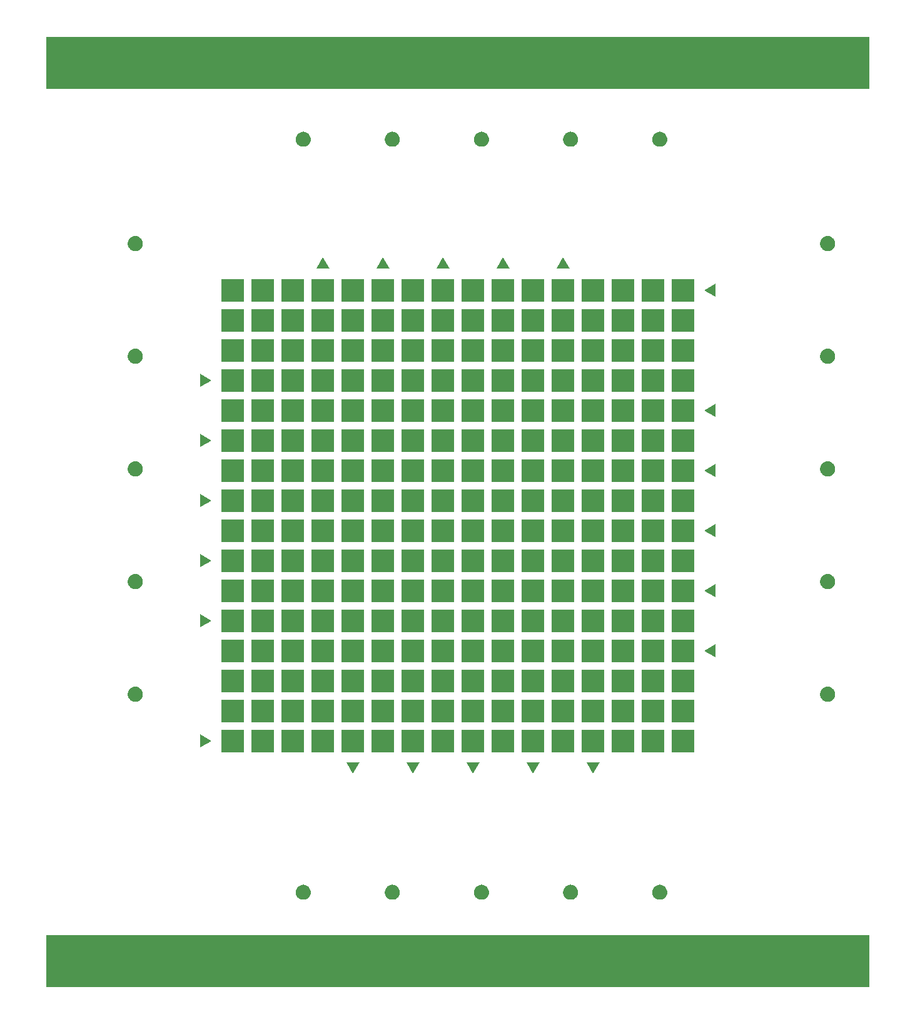
<source format=gbs>
G04 Layer: BottomSolderMaskLayer*
G04 EasyEDA v6.5.29, 2023-07-19 21:34:44*
G04 25dd6f9caf2f465b81daf7de5460995f,5a6b42c53f6a479593ecc07194224c93,10*
G04 Gerber Generator version 0.2*
G04 Scale: 100 percent, Rotated: No, Reflected: No *
G04 Dimensions in millimeters *
G04 leading zeros omitted , absolute positions ,4 integer and 5 decimal *
%FSLAX45Y45*%
%MOMM*%

%ADD10O,6.6032126X3.4031936000000003*%

%LPD*%
G36*
X2082800Y8293100D02*
G01*
X2082800Y8115300D01*
X2235200Y8204200D01*
G37*
G36*
X2082800Y7480300D02*
G01*
X2082800Y7302500D01*
X2235200Y7391400D01*
G37*
G36*
X2082800Y6667500D02*
G01*
X2082800Y6489700D01*
X2235200Y6578600D01*
G37*
G36*
X2082800Y5854700D02*
G01*
X2082800Y5676900D01*
X2235200Y5765800D01*
G37*
G36*
X2082800Y5041900D02*
G01*
X2082800Y4864100D01*
X2235200Y4953000D01*
G37*
G36*
X9061399Y4635500D02*
G01*
X8908999Y4546600D01*
X9061399Y4457700D01*
G37*
G36*
X9061399Y5448300D02*
G01*
X8908999Y5359400D01*
X9061399Y5270500D01*
G37*
G36*
X9061399Y6261100D02*
G01*
X8908999Y6172200D01*
X9061399Y6083300D01*
G37*
G36*
X9061399Y7073900D02*
G01*
X8908999Y6985000D01*
X9061399Y6896100D01*
G37*
G36*
X9061399Y7886700D02*
G01*
X8908999Y7797800D01*
X9061399Y7708900D01*
G37*
G36*
X3746500Y9874300D02*
G01*
X3657600Y9721900D01*
X3835400Y9721900D01*
G37*
G36*
X4559300Y9874300D02*
G01*
X4470400Y9721900D01*
X4648200Y9721900D01*
G37*
G36*
X5372100Y9874300D02*
G01*
X5283200Y9721900D01*
X5461000Y9721900D01*
G37*
G36*
X6184900Y9874300D02*
G01*
X6096000Y9721900D01*
X6273800Y9721900D01*
G37*
G36*
X6997700Y9874300D02*
G01*
X6908800Y9721900D01*
X7086600Y9721900D01*
G37*
G36*
X7315200Y3035300D02*
G01*
X7404100Y2882900D01*
X7493000Y3035300D01*
G37*
G36*
X6502400Y3035300D02*
G01*
X6591300Y2882900D01*
X6680200Y3035300D01*
G37*
G36*
X5689600Y3035300D02*
G01*
X5778500Y2882900D01*
X5867400Y3035300D01*
G37*
G36*
X4876800Y3035300D02*
G01*
X4965700Y2882900D01*
X5054600Y3035300D01*
G37*
G36*
X4064000Y3035300D02*
G01*
X4152900Y2882900D01*
X4241800Y3035300D01*
G37*
G36*
X9061399Y9512300D02*
G01*
X8908999Y9423400D01*
X9061399Y9334500D01*
G37*
G36*
X2082800Y3416300D02*
G01*
X2082800Y3238500D01*
X2235200Y3327400D01*
G37*
G36*
X10579100Y10160000D02*
G01*
X10570006Y10159593D01*
X10560964Y10158374D01*
X10552074Y10156342D01*
X10543387Y10153497D01*
X10535005Y10149941D01*
X10526979Y10145623D01*
X10519359Y10140594D01*
X10512247Y10134904D01*
X10505643Y10128605D01*
X10499648Y10121747D01*
X10494314Y10114381D01*
X10489641Y10106558D01*
X10485678Y10098328D01*
X10482478Y10089794D01*
X10480040Y10081006D01*
X10478414Y10072014D01*
X10477601Y10062972D01*
X10477601Y10053828D01*
X10478414Y10044785D01*
X10480040Y10035794D01*
X10482478Y10027005D01*
X10485678Y10018471D01*
X10489641Y10010241D01*
X10494314Y10002418D01*
X10499648Y9995052D01*
X10505643Y9988194D01*
X10512247Y9981895D01*
X10519359Y9976205D01*
X10526979Y9971176D01*
X10535005Y9966858D01*
X10543387Y9963302D01*
X10552074Y9960457D01*
X10560964Y9958425D01*
X10570006Y9957206D01*
X10579100Y9956800D01*
X10588193Y9957206D01*
X10597235Y9958425D01*
X10606125Y9960457D01*
X10614812Y9963302D01*
X10623194Y9966858D01*
X10631220Y9971176D01*
X10638840Y9976205D01*
X10645952Y9981895D01*
X10652556Y9988194D01*
X10658551Y9995052D01*
X10663885Y10002418D01*
X10668558Y10010241D01*
X10672521Y10018471D01*
X10675721Y10027005D01*
X10678160Y10035794D01*
X10679785Y10044785D01*
X10680598Y10053828D01*
X10680598Y10062972D01*
X10679785Y10072014D01*
X10678160Y10081006D01*
X10675721Y10089794D01*
X10672521Y10098328D01*
X10668558Y10106558D01*
X10663885Y10114381D01*
X10658551Y10121747D01*
X10652556Y10128605D01*
X10645952Y10134904D01*
X10638840Y10140594D01*
X10631220Y10145623D01*
X10623194Y10149941D01*
X10614812Y10153497D01*
X10606125Y10156342D01*
X10597235Y10158374D01*
X10588193Y10159593D01*
G37*
G36*
X10579100Y8636000D02*
G01*
X10570006Y8635593D01*
X10560964Y8634374D01*
X10552074Y8632342D01*
X10543387Y8629497D01*
X10535005Y8625941D01*
X10526979Y8621623D01*
X10519359Y8616594D01*
X10512247Y8610904D01*
X10505643Y8604605D01*
X10499648Y8597747D01*
X10494314Y8590381D01*
X10489641Y8582558D01*
X10485678Y8574328D01*
X10482478Y8565794D01*
X10480040Y8557006D01*
X10478414Y8548014D01*
X10477601Y8538972D01*
X10477601Y8529828D01*
X10478414Y8520785D01*
X10480040Y8511794D01*
X10482478Y8503005D01*
X10485678Y8494471D01*
X10489641Y8486241D01*
X10494314Y8478418D01*
X10499648Y8471052D01*
X10505643Y8464194D01*
X10512247Y8457895D01*
X10519359Y8452205D01*
X10526979Y8447176D01*
X10535005Y8442858D01*
X10543387Y8439302D01*
X10552074Y8436457D01*
X10560964Y8434425D01*
X10570006Y8433206D01*
X10579100Y8432800D01*
X10588193Y8433206D01*
X10597235Y8434425D01*
X10606125Y8436457D01*
X10614812Y8439302D01*
X10623194Y8442858D01*
X10631220Y8447176D01*
X10638840Y8452205D01*
X10645952Y8457895D01*
X10652556Y8464194D01*
X10658551Y8471052D01*
X10663885Y8478418D01*
X10668558Y8486241D01*
X10672521Y8494471D01*
X10675721Y8503005D01*
X10678160Y8511794D01*
X10679785Y8520785D01*
X10680598Y8529828D01*
X10680598Y8538972D01*
X10679785Y8548014D01*
X10678160Y8557006D01*
X10675721Y8565794D01*
X10672521Y8574328D01*
X10668558Y8582558D01*
X10663885Y8590381D01*
X10658551Y8597747D01*
X10652556Y8604605D01*
X10645952Y8610904D01*
X10638840Y8616594D01*
X10631220Y8621623D01*
X10623194Y8625941D01*
X10614812Y8629497D01*
X10606125Y8632342D01*
X10597235Y8634374D01*
X10588193Y8635593D01*
G37*
G36*
X10579100Y7112000D02*
G01*
X10570006Y7111593D01*
X10560964Y7110374D01*
X10552074Y7108342D01*
X10543387Y7105497D01*
X10535005Y7101941D01*
X10526979Y7097623D01*
X10519359Y7092594D01*
X10512247Y7086904D01*
X10505643Y7080605D01*
X10499648Y7073747D01*
X10494314Y7066381D01*
X10489641Y7058558D01*
X10485678Y7050328D01*
X10482478Y7041794D01*
X10480040Y7033006D01*
X10478414Y7024014D01*
X10477601Y7014972D01*
X10477601Y7005828D01*
X10478414Y6996785D01*
X10480040Y6987794D01*
X10482478Y6979005D01*
X10485678Y6970471D01*
X10489641Y6962241D01*
X10494314Y6954418D01*
X10499648Y6947052D01*
X10505643Y6940194D01*
X10512247Y6933895D01*
X10519359Y6928205D01*
X10526979Y6923176D01*
X10535005Y6918858D01*
X10543387Y6915302D01*
X10552074Y6912457D01*
X10560964Y6910425D01*
X10570006Y6909206D01*
X10579100Y6908800D01*
X10588193Y6909206D01*
X10597235Y6910425D01*
X10606125Y6912457D01*
X10614812Y6915302D01*
X10623194Y6918858D01*
X10631220Y6923176D01*
X10638840Y6928205D01*
X10645952Y6933895D01*
X10652556Y6940194D01*
X10658551Y6947052D01*
X10663885Y6954418D01*
X10668558Y6962241D01*
X10672521Y6970471D01*
X10675721Y6979005D01*
X10678160Y6987794D01*
X10679785Y6996785D01*
X10680598Y7005828D01*
X10680598Y7014972D01*
X10679785Y7024014D01*
X10678160Y7033006D01*
X10675721Y7041794D01*
X10672521Y7050328D01*
X10668558Y7058558D01*
X10663885Y7066381D01*
X10658551Y7073747D01*
X10652556Y7080605D01*
X10645952Y7086904D01*
X10638840Y7092594D01*
X10631220Y7097623D01*
X10623194Y7101941D01*
X10614812Y7105497D01*
X10606125Y7108342D01*
X10597235Y7110374D01*
X10588193Y7111593D01*
G37*
G36*
X10579100Y5588000D02*
G01*
X10570006Y5587593D01*
X10560964Y5586374D01*
X10552074Y5584342D01*
X10543387Y5581497D01*
X10535005Y5577941D01*
X10526979Y5573623D01*
X10519359Y5568594D01*
X10512247Y5562904D01*
X10505643Y5556605D01*
X10499648Y5549747D01*
X10494314Y5542381D01*
X10489641Y5534558D01*
X10485678Y5526328D01*
X10482478Y5517794D01*
X10480040Y5509006D01*
X10478414Y5500014D01*
X10477601Y5490972D01*
X10477601Y5481828D01*
X10478414Y5472785D01*
X10480040Y5463794D01*
X10482478Y5455005D01*
X10485678Y5446471D01*
X10489641Y5438241D01*
X10494314Y5430418D01*
X10499648Y5423052D01*
X10505643Y5416194D01*
X10512247Y5409895D01*
X10519359Y5404205D01*
X10526979Y5399176D01*
X10535005Y5394858D01*
X10543387Y5391302D01*
X10552074Y5388457D01*
X10560964Y5386425D01*
X10570006Y5385206D01*
X10579100Y5384800D01*
X10588193Y5385206D01*
X10597235Y5386425D01*
X10606125Y5388457D01*
X10614812Y5391302D01*
X10623194Y5394858D01*
X10631220Y5399176D01*
X10638840Y5404205D01*
X10645952Y5409895D01*
X10652556Y5416194D01*
X10658551Y5423052D01*
X10663885Y5430418D01*
X10668558Y5438241D01*
X10672521Y5446471D01*
X10675721Y5455005D01*
X10678160Y5463794D01*
X10679785Y5472785D01*
X10680598Y5481828D01*
X10680598Y5490972D01*
X10679785Y5500014D01*
X10678160Y5509006D01*
X10675721Y5517794D01*
X10672521Y5526328D01*
X10668558Y5534558D01*
X10663885Y5542381D01*
X10658551Y5549747D01*
X10652556Y5556605D01*
X10645952Y5562904D01*
X10638840Y5568594D01*
X10631220Y5573623D01*
X10623194Y5577941D01*
X10614812Y5581497D01*
X10606125Y5584342D01*
X10597235Y5586374D01*
X10588193Y5587593D01*
G37*
G36*
X10579100Y4064000D02*
G01*
X10570006Y4063593D01*
X10560964Y4062374D01*
X10552074Y4060342D01*
X10543387Y4057497D01*
X10535005Y4053941D01*
X10526979Y4049623D01*
X10519359Y4044594D01*
X10512247Y4038904D01*
X10505643Y4032605D01*
X10499648Y4025747D01*
X10494314Y4018381D01*
X10489641Y4010558D01*
X10485678Y4002328D01*
X10482478Y3993794D01*
X10480040Y3985006D01*
X10478414Y3976014D01*
X10477601Y3966972D01*
X10477601Y3957828D01*
X10478414Y3948785D01*
X10480040Y3939794D01*
X10482478Y3931005D01*
X10485678Y3922471D01*
X10489641Y3914241D01*
X10494314Y3906418D01*
X10499648Y3899052D01*
X10505643Y3892194D01*
X10512247Y3885895D01*
X10519359Y3880205D01*
X10526979Y3875176D01*
X10535005Y3870858D01*
X10543387Y3867302D01*
X10552074Y3864457D01*
X10560964Y3862425D01*
X10570006Y3861206D01*
X10579100Y3860800D01*
X10588193Y3861206D01*
X10597235Y3862425D01*
X10606125Y3864457D01*
X10614812Y3867302D01*
X10623194Y3870858D01*
X10631220Y3875176D01*
X10638840Y3880205D01*
X10645952Y3885895D01*
X10652556Y3892194D01*
X10658551Y3899052D01*
X10663885Y3906418D01*
X10668558Y3914241D01*
X10672521Y3922471D01*
X10675721Y3931005D01*
X10678160Y3939794D01*
X10679785Y3948785D01*
X10680598Y3957828D01*
X10680598Y3966972D01*
X10679785Y3976014D01*
X10678160Y3985006D01*
X10675721Y3993794D01*
X10672521Y4002328D01*
X10668558Y4010558D01*
X10663885Y4018381D01*
X10658551Y4025747D01*
X10652556Y4032605D01*
X10645952Y4038904D01*
X10638840Y4044594D01*
X10631220Y4049623D01*
X10623194Y4053941D01*
X10614812Y4057497D01*
X10606125Y4060342D01*
X10597235Y4062374D01*
X10588193Y4063593D01*
G37*
G36*
X1206500Y10160000D02*
G01*
X1197406Y10159593D01*
X1188364Y10158374D01*
X1179474Y10156342D01*
X1170787Y10153497D01*
X1162405Y10149941D01*
X1154379Y10145623D01*
X1146759Y10140594D01*
X1139647Y10134904D01*
X1133043Y10128605D01*
X1127048Y10121747D01*
X1121714Y10114381D01*
X1117041Y10106558D01*
X1113078Y10098328D01*
X1109878Y10089794D01*
X1107440Y10081006D01*
X1105814Y10072014D01*
X1105001Y10062972D01*
X1105001Y10053828D01*
X1105814Y10044785D01*
X1107440Y10035794D01*
X1109878Y10027005D01*
X1113078Y10018471D01*
X1117041Y10010241D01*
X1121714Y10002418D01*
X1127048Y9995052D01*
X1133043Y9988194D01*
X1139647Y9981895D01*
X1146759Y9976205D01*
X1154379Y9971176D01*
X1162405Y9966858D01*
X1170787Y9963302D01*
X1179474Y9960457D01*
X1188364Y9958425D01*
X1197406Y9957206D01*
X1206500Y9956800D01*
X1215593Y9957206D01*
X1224635Y9958425D01*
X1233525Y9960457D01*
X1242212Y9963302D01*
X1250594Y9966858D01*
X1258620Y9971176D01*
X1266240Y9976205D01*
X1273352Y9981895D01*
X1279956Y9988194D01*
X1285951Y9995052D01*
X1291285Y10002418D01*
X1295958Y10010241D01*
X1299921Y10018471D01*
X1303121Y10027005D01*
X1305560Y10035794D01*
X1307185Y10044785D01*
X1307998Y10053828D01*
X1307998Y10062972D01*
X1307185Y10072014D01*
X1305560Y10081006D01*
X1303121Y10089794D01*
X1299921Y10098328D01*
X1295958Y10106558D01*
X1291285Y10114381D01*
X1285951Y10121747D01*
X1279956Y10128605D01*
X1273352Y10134904D01*
X1266240Y10140594D01*
X1258620Y10145623D01*
X1250594Y10149941D01*
X1242212Y10153497D01*
X1233525Y10156342D01*
X1224635Y10158374D01*
X1215593Y10159593D01*
G37*
G36*
X1206500Y8636000D02*
G01*
X1197406Y8635593D01*
X1188364Y8634374D01*
X1179474Y8632342D01*
X1170787Y8629497D01*
X1162405Y8625941D01*
X1154379Y8621623D01*
X1146759Y8616594D01*
X1139647Y8610904D01*
X1133043Y8604605D01*
X1127048Y8597747D01*
X1121714Y8590381D01*
X1117041Y8582558D01*
X1113078Y8574328D01*
X1109878Y8565794D01*
X1107440Y8557006D01*
X1105814Y8548014D01*
X1105001Y8538972D01*
X1105001Y8529828D01*
X1105814Y8520785D01*
X1107440Y8511794D01*
X1109878Y8503005D01*
X1113078Y8494471D01*
X1117041Y8486241D01*
X1121714Y8478418D01*
X1127048Y8471052D01*
X1133043Y8464194D01*
X1139647Y8457895D01*
X1146759Y8452205D01*
X1154379Y8447176D01*
X1162405Y8442858D01*
X1170787Y8439302D01*
X1179474Y8436457D01*
X1188364Y8434425D01*
X1197406Y8433206D01*
X1206500Y8432800D01*
X1215593Y8433206D01*
X1224635Y8434425D01*
X1233525Y8436457D01*
X1242212Y8439302D01*
X1250594Y8442858D01*
X1258620Y8447176D01*
X1266240Y8452205D01*
X1273352Y8457895D01*
X1279956Y8464194D01*
X1285951Y8471052D01*
X1291285Y8478418D01*
X1295958Y8486241D01*
X1299921Y8494471D01*
X1303121Y8503005D01*
X1305560Y8511794D01*
X1307185Y8520785D01*
X1307998Y8529828D01*
X1307998Y8538972D01*
X1307185Y8548014D01*
X1305560Y8557006D01*
X1303121Y8565794D01*
X1299921Y8574328D01*
X1295958Y8582558D01*
X1291285Y8590381D01*
X1285951Y8597747D01*
X1279956Y8604605D01*
X1273352Y8610904D01*
X1266240Y8616594D01*
X1258620Y8621623D01*
X1250594Y8625941D01*
X1242212Y8629497D01*
X1233525Y8632342D01*
X1224635Y8634374D01*
X1215593Y8635593D01*
G37*
G36*
X1206500Y7112000D02*
G01*
X1197406Y7111593D01*
X1188364Y7110374D01*
X1179474Y7108342D01*
X1170787Y7105497D01*
X1162405Y7101941D01*
X1154379Y7097623D01*
X1146759Y7092594D01*
X1139647Y7086904D01*
X1133043Y7080605D01*
X1127048Y7073747D01*
X1121714Y7066381D01*
X1117041Y7058558D01*
X1113078Y7050328D01*
X1109878Y7041794D01*
X1107440Y7033006D01*
X1105814Y7024014D01*
X1105001Y7014972D01*
X1105001Y7005828D01*
X1105814Y6996785D01*
X1107440Y6987794D01*
X1109878Y6979005D01*
X1113078Y6970471D01*
X1117041Y6962241D01*
X1121714Y6954418D01*
X1127048Y6947052D01*
X1133043Y6940194D01*
X1139647Y6933895D01*
X1146759Y6928205D01*
X1154379Y6923176D01*
X1162405Y6918858D01*
X1170787Y6915302D01*
X1179474Y6912457D01*
X1188364Y6910425D01*
X1197406Y6909206D01*
X1206500Y6908800D01*
X1215593Y6909206D01*
X1224635Y6910425D01*
X1233525Y6912457D01*
X1242212Y6915302D01*
X1250594Y6918858D01*
X1258620Y6923176D01*
X1266240Y6928205D01*
X1273352Y6933895D01*
X1279956Y6940194D01*
X1285951Y6947052D01*
X1291285Y6954418D01*
X1295958Y6962241D01*
X1299921Y6970471D01*
X1303121Y6979005D01*
X1305560Y6987794D01*
X1307185Y6996785D01*
X1307998Y7005828D01*
X1307998Y7014972D01*
X1307185Y7024014D01*
X1305560Y7033006D01*
X1303121Y7041794D01*
X1299921Y7050328D01*
X1295958Y7058558D01*
X1291285Y7066381D01*
X1285951Y7073747D01*
X1279956Y7080605D01*
X1273352Y7086904D01*
X1266240Y7092594D01*
X1258620Y7097623D01*
X1250594Y7101941D01*
X1242212Y7105497D01*
X1233525Y7108342D01*
X1224635Y7110374D01*
X1215593Y7111593D01*
G37*
G36*
X1206500Y5588000D02*
G01*
X1197406Y5587593D01*
X1188364Y5586374D01*
X1179474Y5584342D01*
X1170787Y5581497D01*
X1162405Y5577941D01*
X1154379Y5573623D01*
X1146759Y5568594D01*
X1139647Y5562904D01*
X1133043Y5556605D01*
X1127048Y5549747D01*
X1121714Y5542381D01*
X1117041Y5534558D01*
X1113078Y5526328D01*
X1109878Y5517794D01*
X1107440Y5509006D01*
X1105814Y5500014D01*
X1105001Y5490972D01*
X1105001Y5481828D01*
X1105814Y5472785D01*
X1107440Y5463794D01*
X1109878Y5455005D01*
X1113078Y5446471D01*
X1117041Y5438241D01*
X1121714Y5430418D01*
X1127048Y5423052D01*
X1133043Y5416194D01*
X1139647Y5409895D01*
X1146759Y5404205D01*
X1154379Y5399176D01*
X1162405Y5394858D01*
X1170787Y5391302D01*
X1179474Y5388457D01*
X1188364Y5386425D01*
X1197406Y5385206D01*
X1206500Y5384800D01*
X1215593Y5385206D01*
X1224635Y5386425D01*
X1233525Y5388457D01*
X1242212Y5391302D01*
X1250594Y5394858D01*
X1258620Y5399176D01*
X1266240Y5404205D01*
X1273352Y5409895D01*
X1279956Y5416194D01*
X1285951Y5423052D01*
X1291285Y5430418D01*
X1295958Y5438241D01*
X1299921Y5446471D01*
X1303121Y5455005D01*
X1305560Y5463794D01*
X1307185Y5472785D01*
X1307998Y5481828D01*
X1307998Y5490972D01*
X1307185Y5500014D01*
X1305560Y5509006D01*
X1303121Y5517794D01*
X1299921Y5526328D01*
X1295958Y5534558D01*
X1291285Y5542381D01*
X1285951Y5549747D01*
X1279956Y5556605D01*
X1273352Y5562904D01*
X1266240Y5568594D01*
X1258620Y5573623D01*
X1250594Y5577941D01*
X1242212Y5581497D01*
X1233525Y5584342D01*
X1224635Y5586374D01*
X1215593Y5587593D01*
G37*
G36*
X1206500Y4064000D02*
G01*
X1197406Y4063593D01*
X1188364Y4062374D01*
X1179474Y4060342D01*
X1170787Y4057497D01*
X1162405Y4053941D01*
X1154379Y4049623D01*
X1146759Y4044594D01*
X1139647Y4038904D01*
X1133043Y4032605D01*
X1127048Y4025747D01*
X1121714Y4018381D01*
X1117041Y4010558D01*
X1113078Y4002328D01*
X1109878Y3993794D01*
X1107440Y3985006D01*
X1105814Y3976014D01*
X1105001Y3966972D01*
X1105001Y3957828D01*
X1105814Y3948785D01*
X1107440Y3939794D01*
X1109878Y3931005D01*
X1113078Y3922471D01*
X1117041Y3914241D01*
X1121714Y3906418D01*
X1127048Y3899052D01*
X1133043Y3892194D01*
X1139647Y3885895D01*
X1146759Y3880205D01*
X1154379Y3875176D01*
X1162405Y3870858D01*
X1170787Y3867302D01*
X1179474Y3864457D01*
X1188364Y3862425D01*
X1197406Y3861206D01*
X1206500Y3860800D01*
X1215593Y3861206D01*
X1224635Y3862425D01*
X1233525Y3864457D01*
X1242212Y3867302D01*
X1250594Y3870858D01*
X1258620Y3875176D01*
X1266240Y3880205D01*
X1273352Y3885895D01*
X1279956Y3892194D01*
X1285951Y3899052D01*
X1291285Y3906418D01*
X1295958Y3914241D01*
X1299921Y3922471D01*
X1303121Y3931005D01*
X1305560Y3939794D01*
X1307185Y3948785D01*
X1307998Y3957828D01*
X1307998Y3966972D01*
X1307185Y3976014D01*
X1305560Y3985006D01*
X1303121Y3993794D01*
X1299921Y4002328D01*
X1295958Y4010558D01*
X1291285Y4018381D01*
X1285951Y4025747D01*
X1279956Y4032605D01*
X1273352Y4038904D01*
X1266240Y4044594D01*
X1258620Y4049623D01*
X1250594Y4053941D01*
X1242212Y4057497D01*
X1233525Y4060342D01*
X1224635Y4062374D01*
X1215593Y4063593D01*
G37*
G36*
X3479800Y1384300D02*
G01*
X3470706Y1383893D01*
X3461664Y1382674D01*
X3452774Y1380642D01*
X3444087Y1377797D01*
X3435705Y1374241D01*
X3427679Y1369923D01*
X3420059Y1364894D01*
X3412947Y1359204D01*
X3406343Y1352905D01*
X3400348Y1346047D01*
X3395014Y1338681D01*
X3390341Y1330858D01*
X3386378Y1322628D01*
X3383178Y1314094D01*
X3380740Y1305306D01*
X3379114Y1296314D01*
X3378301Y1287272D01*
X3378301Y1278128D01*
X3379114Y1269085D01*
X3380740Y1260094D01*
X3383178Y1251305D01*
X3386378Y1242771D01*
X3390341Y1234541D01*
X3395014Y1226718D01*
X3400348Y1219352D01*
X3406343Y1212494D01*
X3412947Y1206195D01*
X3420059Y1200505D01*
X3427679Y1195476D01*
X3435705Y1191158D01*
X3444087Y1187602D01*
X3452774Y1184757D01*
X3461664Y1182725D01*
X3470706Y1181506D01*
X3479800Y1181100D01*
X3488893Y1181506D01*
X3497935Y1182725D01*
X3506825Y1184757D01*
X3515512Y1187602D01*
X3523894Y1191158D01*
X3531920Y1195476D01*
X3539540Y1200505D01*
X3546652Y1206195D01*
X3553256Y1212494D01*
X3559251Y1219352D01*
X3564585Y1226718D01*
X3569258Y1234541D01*
X3573221Y1242771D01*
X3576421Y1251305D01*
X3578860Y1260094D01*
X3580485Y1269085D01*
X3581298Y1278128D01*
X3581298Y1287272D01*
X3580485Y1296314D01*
X3578860Y1305306D01*
X3576421Y1314094D01*
X3573221Y1322628D01*
X3569258Y1330858D01*
X3564585Y1338681D01*
X3559251Y1346047D01*
X3553256Y1352905D01*
X3546652Y1359204D01*
X3539540Y1364894D01*
X3531920Y1369923D01*
X3523894Y1374241D01*
X3515512Y1377797D01*
X3506825Y1380642D01*
X3497935Y1382674D01*
X3488893Y1383893D01*
G37*
G36*
X4686300Y1384300D02*
G01*
X4677206Y1383893D01*
X4668164Y1382674D01*
X4659274Y1380642D01*
X4650587Y1377797D01*
X4642205Y1374241D01*
X4634179Y1369923D01*
X4626559Y1364894D01*
X4619447Y1359204D01*
X4612843Y1352905D01*
X4606848Y1346047D01*
X4601514Y1338681D01*
X4596841Y1330858D01*
X4592878Y1322628D01*
X4589678Y1314094D01*
X4587240Y1305306D01*
X4585614Y1296314D01*
X4584801Y1287272D01*
X4584801Y1278128D01*
X4585614Y1269085D01*
X4587240Y1260094D01*
X4589678Y1251305D01*
X4592878Y1242771D01*
X4596841Y1234541D01*
X4601514Y1226718D01*
X4606848Y1219352D01*
X4612843Y1212494D01*
X4619447Y1206195D01*
X4626559Y1200505D01*
X4634179Y1195476D01*
X4642205Y1191158D01*
X4650587Y1187602D01*
X4659274Y1184757D01*
X4668164Y1182725D01*
X4677206Y1181506D01*
X4686300Y1181100D01*
X4695393Y1181506D01*
X4704435Y1182725D01*
X4713325Y1184757D01*
X4722012Y1187602D01*
X4730394Y1191158D01*
X4738420Y1195476D01*
X4746040Y1200505D01*
X4753152Y1206195D01*
X4759756Y1212494D01*
X4765751Y1219352D01*
X4771085Y1226718D01*
X4775758Y1234541D01*
X4779721Y1242771D01*
X4782921Y1251305D01*
X4785360Y1260094D01*
X4786985Y1269085D01*
X4787798Y1278128D01*
X4787798Y1287272D01*
X4786985Y1296314D01*
X4785360Y1305306D01*
X4782921Y1314094D01*
X4779721Y1322628D01*
X4775758Y1330858D01*
X4771085Y1338681D01*
X4765751Y1346047D01*
X4759756Y1352905D01*
X4753152Y1359204D01*
X4746040Y1364894D01*
X4738420Y1369923D01*
X4730394Y1374241D01*
X4722012Y1377797D01*
X4713325Y1380642D01*
X4704435Y1382674D01*
X4695393Y1383893D01*
G37*
G36*
X5892800Y1384300D02*
G01*
X5883706Y1383893D01*
X5874664Y1382674D01*
X5865774Y1380642D01*
X5857087Y1377797D01*
X5848705Y1374241D01*
X5840679Y1369923D01*
X5833059Y1364894D01*
X5825947Y1359204D01*
X5819343Y1352905D01*
X5813348Y1346047D01*
X5808014Y1338681D01*
X5803341Y1330858D01*
X5799378Y1322628D01*
X5796178Y1314094D01*
X5793740Y1305306D01*
X5792114Y1296314D01*
X5791301Y1287272D01*
X5791301Y1278128D01*
X5792114Y1269085D01*
X5793740Y1260094D01*
X5796178Y1251305D01*
X5799378Y1242771D01*
X5803341Y1234541D01*
X5808014Y1226718D01*
X5813348Y1219352D01*
X5819343Y1212494D01*
X5825947Y1206195D01*
X5833059Y1200505D01*
X5840679Y1195476D01*
X5848705Y1191158D01*
X5857087Y1187602D01*
X5865774Y1184757D01*
X5874664Y1182725D01*
X5883706Y1181506D01*
X5892800Y1181100D01*
X5901893Y1181506D01*
X5910935Y1182725D01*
X5919825Y1184757D01*
X5928512Y1187602D01*
X5936894Y1191158D01*
X5944920Y1195476D01*
X5952540Y1200505D01*
X5959652Y1206195D01*
X5966256Y1212494D01*
X5972251Y1219352D01*
X5977585Y1226718D01*
X5982258Y1234541D01*
X5986221Y1242771D01*
X5989421Y1251305D01*
X5991860Y1260094D01*
X5993485Y1269085D01*
X5994298Y1278128D01*
X5994298Y1287272D01*
X5993485Y1296314D01*
X5991860Y1305306D01*
X5989421Y1314094D01*
X5986221Y1322628D01*
X5982258Y1330858D01*
X5977585Y1338681D01*
X5972251Y1346047D01*
X5966256Y1352905D01*
X5959652Y1359204D01*
X5952540Y1364894D01*
X5944920Y1369923D01*
X5936894Y1374241D01*
X5928512Y1377797D01*
X5919825Y1380642D01*
X5910935Y1382674D01*
X5901893Y1383893D01*
G37*
G36*
X7099300Y1384300D02*
G01*
X7090206Y1383893D01*
X7081164Y1382674D01*
X7072274Y1380642D01*
X7063587Y1377797D01*
X7055205Y1374241D01*
X7047179Y1369923D01*
X7039559Y1364894D01*
X7032447Y1359204D01*
X7025843Y1352905D01*
X7019848Y1346047D01*
X7014514Y1338681D01*
X7009841Y1330858D01*
X7005878Y1322628D01*
X7002678Y1314094D01*
X7000240Y1305306D01*
X6998614Y1296314D01*
X6997801Y1287272D01*
X6997801Y1278128D01*
X6998614Y1269085D01*
X7000240Y1260094D01*
X7002678Y1251305D01*
X7005878Y1242771D01*
X7009841Y1234541D01*
X7014514Y1226718D01*
X7019848Y1219352D01*
X7025843Y1212494D01*
X7032447Y1206195D01*
X7039559Y1200505D01*
X7047179Y1195476D01*
X7055205Y1191158D01*
X7063587Y1187602D01*
X7072274Y1184757D01*
X7081164Y1182725D01*
X7090206Y1181506D01*
X7099300Y1181100D01*
X7108393Y1181506D01*
X7117435Y1182725D01*
X7126325Y1184757D01*
X7135012Y1187602D01*
X7143394Y1191158D01*
X7151420Y1195476D01*
X7159040Y1200505D01*
X7166152Y1206195D01*
X7172756Y1212494D01*
X7178751Y1219352D01*
X7184085Y1226718D01*
X7188758Y1234541D01*
X7192721Y1242771D01*
X7195921Y1251305D01*
X7198359Y1260094D01*
X7199985Y1269085D01*
X7200798Y1278128D01*
X7200798Y1287272D01*
X7199985Y1296314D01*
X7198359Y1305306D01*
X7195921Y1314094D01*
X7192721Y1322628D01*
X7188758Y1330858D01*
X7184085Y1338681D01*
X7178751Y1346047D01*
X7172756Y1352905D01*
X7166152Y1359204D01*
X7159040Y1364894D01*
X7151420Y1369923D01*
X7143394Y1374241D01*
X7135012Y1377797D01*
X7126325Y1380642D01*
X7117435Y1382674D01*
X7108393Y1383893D01*
G37*
G36*
X8305800Y1384300D02*
G01*
X8296706Y1383893D01*
X8287664Y1382674D01*
X8278774Y1380642D01*
X8270087Y1377797D01*
X8261705Y1374241D01*
X8253679Y1369923D01*
X8246059Y1364894D01*
X8238947Y1359204D01*
X8232343Y1352905D01*
X8226348Y1346047D01*
X8221014Y1338681D01*
X8216341Y1330858D01*
X8212378Y1322628D01*
X8209178Y1314094D01*
X8206740Y1305306D01*
X8205114Y1296314D01*
X8204301Y1287272D01*
X8204301Y1278128D01*
X8205114Y1269085D01*
X8206740Y1260094D01*
X8209178Y1251305D01*
X8212378Y1242771D01*
X8216341Y1234541D01*
X8221014Y1226718D01*
X8226348Y1219352D01*
X8232343Y1212494D01*
X8238947Y1206195D01*
X8246059Y1200505D01*
X8253679Y1195476D01*
X8261705Y1191158D01*
X8270087Y1187602D01*
X8278774Y1184757D01*
X8287664Y1182725D01*
X8296706Y1181506D01*
X8305800Y1181100D01*
X8314893Y1181506D01*
X8323935Y1182725D01*
X8332825Y1184757D01*
X8341512Y1187602D01*
X8349894Y1191158D01*
X8357920Y1195476D01*
X8365540Y1200505D01*
X8372652Y1206195D01*
X8379256Y1212494D01*
X8385251Y1219352D01*
X8390585Y1226718D01*
X8395258Y1234541D01*
X8399221Y1242771D01*
X8402421Y1251305D01*
X8404860Y1260094D01*
X8406485Y1269085D01*
X8407298Y1278128D01*
X8407298Y1287272D01*
X8406485Y1296314D01*
X8404860Y1305306D01*
X8402421Y1314094D01*
X8399221Y1322628D01*
X8395258Y1330858D01*
X8390585Y1338681D01*
X8385251Y1346047D01*
X8379256Y1352905D01*
X8372652Y1359204D01*
X8365540Y1364894D01*
X8357920Y1369923D01*
X8349894Y1374241D01*
X8341512Y1377797D01*
X8332825Y1380642D01*
X8323935Y1382674D01*
X8314893Y1383893D01*
G37*
G36*
X3479800Y11569700D02*
G01*
X3470706Y11569293D01*
X3461664Y11568074D01*
X3452774Y11566042D01*
X3444087Y11563197D01*
X3435705Y11559641D01*
X3427679Y11555323D01*
X3420059Y11550294D01*
X3412947Y11544604D01*
X3406343Y11538305D01*
X3400348Y11531447D01*
X3395014Y11524081D01*
X3390341Y11516258D01*
X3386378Y11508028D01*
X3383178Y11499494D01*
X3380740Y11490706D01*
X3379114Y11481714D01*
X3378301Y11472672D01*
X3378301Y11463528D01*
X3379114Y11454485D01*
X3380740Y11445494D01*
X3383178Y11436705D01*
X3386378Y11428171D01*
X3390341Y11419941D01*
X3395014Y11412118D01*
X3400348Y11404752D01*
X3406343Y11397894D01*
X3412947Y11391595D01*
X3420059Y11385905D01*
X3427679Y11380876D01*
X3435705Y11376558D01*
X3444087Y11373002D01*
X3452774Y11370157D01*
X3461664Y11368125D01*
X3470706Y11366906D01*
X3479800Y11366500D01*
X3488893Y11366906D01*
X3497935Y11368125D01*
X3506825Y11370157D01*
X3515512Y11373002D01*
X3523894Y11376558D01*
X3531920Y11380876D01*
X3539540Y11385905D01*
X3546652Y11391595D01*
X3553256Y11397894D01*
X3559251Y11404752D01*
X3564585Y11412118D01*
X3569258Y11419941D01*
X3573221Y11428171D01*
X3576421Y11436705D01*
X3578860Y11445494D01*
X3580485Y11454485D01*
X3581298Y11463528D01*
X3581298Y11472672D01*
X3580485Y11481714D01*
X3578860Y11490706D01*
X3576421Y11499494D01*
X3573221Y11508028D01*
X3569258Y11516258D01*
X3564585Y11524081D01*
X3559251Y11531447D01*
X3553256Y11538305D01*
X3546652Y11544604D01*
X3539540Y11550294D01*
X3531920Y11555323D01*
X3523894Y11559641D01*
X3515512Y11563197D01*
X3506825Y11566042D01*
X3497935Y11568074D01*
X3488893Y11569293D01*
G37*
G36*
X4686300Y11569700D02*
G01*
X4677206Y11569293D01*
X4668164Y11568074D01*
X4659274Y11566042D01*
X4650587Y11563197D01*
X4642205Y11559641D01*
X4634179Y11555323D01*
X4626559Y11550294D01*
X4619447Y11544604D01*
X4612843Y11538305D01*
X4606848Y11531447D01*
X4601514Y11524081D01*
X4596841Y11516258D01*
X4592878Y11508028D01*
X4589678Y11499494D01*
X4587240Y11490706D01*
X4585614Y11481714D01*
X4584801Y11472672D01*
X4584801Y11463528D01*
X4585614Y11454485D01*
X4587240Y11445494D01*
X4589678Y11436705D01*
X4592878Y11428171D01*
X4596841Y11419941D01*
X4601514Y11412118D01*
X4606848Y11404752D01*
X4612843Y11397894D01*
X4619447Y11391595D01*
X4626559Y11385905D01*
X4634179Y11380876D01*
X4642205Y11376558D01*
X4650587Y11373002D01*
X4659274Y11370157D01*
X4668164Y11368125D01*
X4677206Y11366906D01*
X4686300Y11366500D01*
X4695393Y11366906D01*
X4704435Y11368125D01*
X4713325Y11370157D01*
X4722012Y11373002D01*
X4730394Y11376558D01*
X4738420Y11380876D01*
X4746040Y11385905D01*
X4753152Y11391595D01*
X4759756Y11397894D01*
X4765751Y11404752D01*
X4771085Y11412118D01*
X4775758Y11419941D01*
X4779721Y11428171D01*
X4782921Y11436705D01*
X4785360Y11445494D01*
X4786985Y11454485D01*
X4787798Y11463528D01*
X4787798Y11472672D01*
X4786985Y11481714D01*
X4785360Y11490706D01*
X4782921Y11499494D01*
X4779721Y11508028D01*
X4775758Y11516258D01*
X4771085Y11524081D01*
X4765751Y11531447D01*
X4759756Y11538305D01*
X4753152Y11544604D01*
X4746040Y11550294D01*
X4738420Y11555323D01*
X4730394Y11559641D01*
X4722012Y11563197D01*
X4713325Y11566042D01*
X4704435Y11568074D01*
X4695393Y11569293D01*
G37*
G36*
X5892800Y11569700D02*
G01*
X5883706Y11569293D01*
X5874664Y11568074D01*
X5865774Y11566042D01*
X5857087Y11563197D01*
X5848705Y11559641D01*
X5840679Y11555323D01*
X5833059Y11550294D01*
X5825947Y11544604D01*
X5819343Y11538305D01*
X5813348Y11531447D01*
X5808014Y11524081D01*
X5803341Y11516258D01*
X5799378Y11508028D01*
X5796178Y11499494D01*
X5793740Y11490706D01*
X5792114Y11481714D01*
X5791301Y11472672D01*
X5791301Y11463528D01*
X5792114Y11454485D01*
X5793740Y11445494D01*
X5796178Y11436705D01*
X5799378Y11428171D01*
X5803341Y11419941D01*
X5808014Y11412118D01*
X5813348Y11404752D01*
X5819343Y11397894D01*
X5825947Y11391595D01*
X5833059Y11385905D01*
X5840679Y11380876D01*
X5848705Y11376558D01*
X5857087Y11373002D01*
X5865774Y11370157D01*
X5874664Y11368125D01*
X5883706Y11366906D01*
X5892800Y11366500D01*
X5901893Y11366906D01*
X5910935Y11368125D01*
X5919825Y11370157D01*
X5928512Y11373002D01*
X5936894Y11376558D01*
X5944920Y11380876D01*
X5952540Y11385905D01*
X5959652Y11391595D01*
X5966256Y11397894D01*
X5972251Y11404752D01*
X5977585Y11412118D01*
X5982258Y11419941D01*
X5986221Y11428171D01*
X5989421Y11436705D01*
X5991860Y11445494D01*
X5993485Y11454485D01*
X5994298Y11463528D01*
X5994298Y11472672D01*
X5993485Y11481714D01*
X5991860Y11490706D01*
X5989421Y11499494D01*
X5986221Y11508028D01*
X5982258Y11516258D01*
X5977585Y11524081D01*
X5972251Y11531447D01*
X5966256Y11538305D01*
X5959652Y11544604D01*
X5952540Y11550294D01*
X5944920Y11555323D01*
X5936894Y11559641D01*
X5928512Y11563197D01*
X5919825Y11566042D01*
X5910935Y11568074D01*
X5901893Y11569293D01*
G37*
G36*
X7099300Y11569700D02*
G01*
X7090206Y11569293D01*
X7081164Y11568074D01*
X7072274Y11566042D01*
X7063587Y11563197D01*
X7055205Y11559641D01*
X7047179Y11555323D01*
X7039559Y11550294D01*
X7032447Y11544604D01*
X7025843Y11538305D01*
X7019848Y11531447D01*
X7014514Y11524081D01*
X7009841Y11516258D01*
X7005878Y11508028D01*
X7002678Y11499494D01*
X7000240Y11490706D01*
X6998614Y11481714D01*
X6997801Y11472672D01*
X6997801Y11463528D01*
X6998614Y11454485D01*
X7000240Y11445494D01*
X7002678Y11436705D01*
X7005878Y11428171D01*
X7009841Y11419941D01*
X7014514Y11412118D01*
X7019848Y11404752D01*
X7025843Y11397894D01*
X7032447Y11391595D01*
X7039559Y11385905D01*
X7047179Y11380876D01*
X7055205Y11376558D01*
X7063587Y11373002D01*
X7072274Y11370157D01*
X7081164Y11368125D01*
X7090206Y11366906D01*
X7099300Y11366500D01*
X7108393Y11366906D01*
X7117435Y11368125D01*
X7126325Y11370157D01*
X7135012Y11373002D01*
X7143394Y11376558D01*
X7151420Y11380876D01*
X7159040Y11385905D01*
X7166152Y11391595D01*
X7172756Y11397894D01*
X7178751Y11404752D01*
X7184085Y11412118D01*
X7188758Y11419941D01*
X7192721Y11428171D01*
X7195921Y11436705D01*
X7198359Y11445494D01*
X7199985Y11454485D01*
X7200798Y11463528D01*
X7200798Y11472672D01*
X7199985Y11481714D01*
X7198359Y11490706D01*
X7195921Y11499494D01*
X7192721Y11508028D01*
X7188758Y11516258D01*
X7184085Y11524081D01*
X7178751Y11531447D01*
X7172756Y11538305D01*
X7166152Y11544604D01*
X7159040Y11550294D01*
X7151420Y11555323D01*
X7143394Y11559641D01*
X7135012Y11563197D01*
X7126325Y11566042D01*
X7117435Y11568074D01*
X7108393Y11569293D01*
G37*
G36*
X8305800Y11569700D02*
G01*
X8296706Y11569293D01*
X8287664Y11568074D01*
X8278774Y11566042D01*
X8270087Y11563197D01*
X8261705Y11559641D01*
X8253679Y11555323D01*
X8246059Y11550294D01*
X8238947Y11544604D01*
X8232343Y11538305D01*
X8226348Y11531447D01*
X8221014Y11524081D01*
X8216341Y11516258D01*
X8212378Y11508028D01*
X8209178Y11499494D01*
X8206740Y11490706D01*
X8205114Y11481714D01*
X8204301Y11472672D01*
X8204301Y11463528D01*
X8205114Y11454485D01*
X8206740Y11445494D01*
X8209178Y11436705D01*
X8212378Y11428171D01*
X8216341Y11419941D01*
X8221014Y11412118D01*
X8226348Y11404752D01*
X8232343Y11397894D01*
X8238947Y11391595D01*
X8246059Y11385905D01*
X8253679Y11380876D01*
X8261705Y11376558D01*
X8270087Y11373002D01*
X8278774Y11370157D01*
X8287664Y11368125D01*
X8296706Y11366906D01*
X8305800Y11366500D01*
X8314893Y11366906D01*
X8323935Y11368125D01*
X8332825Y11370157D01*
X8341512Y11373002D01*
X8349894Y11376558D01*
X8357920Y11380876D01*
X8365540Y11385905D01*
X8372652Y11391595D01*
X8379256Y11397894D01*
X8385251Y11404752D01*
X8390585Y11412118D01*
X8395258Y11419941D01*
X8399221Y11428171D01*
X8402421Y11436705D01*
X8404860Y11445494D01*
X8406485Y11454485D01*
X8407298Y11463528D01*
X8407298Y11472672D01*
X8406485Y11481714D01*
X8404860Y11490706D01*
X8402421Y11499494D01*
X8399221Y11508028D01*
X8395258Y11516258D01*
X8390585Y11524081D01*
X8385251Y11531447D01*
X8379256Y11538305D01*
X8372652Y11544604D01*
X8365540Y11550294D01*
X8357920Y11555323D01*
X8349894Y11559641D01*
X8341512Y11563197D01*
X8332825Y11566042D01*
X8323935Y11568074D01*
X8314893Y11569293D01*
G37*
D10*
G01*
X736600Y12573000D03*
G01*
X736600Y330200D03*
G01*
X10388600Y12573000D03*
G01*
X10388600Y330200D03*
G36*
X0Y699998D02*
G01*
X11140008Y699998D01*
X11140008Y0D01*
X0Y0D01*
G37*
G36*
X0Y12852400D02*
G01*
X11140008Y12852400D01*
X11140008Y12152401D01*
X0Y12152401D01*
G37*
G36*
X2374900Y8356600D02*
G01*
X2679700Y8356600D01*
X2679700Y8051800D01*
X2374900Y8051800D01*
G37*
G36*
X2781300Y8356600D02*
G01*
X3086100Y8356600D01*
X3086100Y8051800D01*
X2781300Y8051800D01*
G37*
G36*
X3187700Y8356600D02*
G01*
X3492500Y8356600D01*
X3492500Y8051800D01*
X3187700Y8051800D01*
G37*
G36*
X4406900Y8356600D02*
G01*
X4711700Y8356600D01*
X4711700Y8051800D01*
X4406900Y8051800D01*
G37*
G36*
X4000500Y8356600D02*
G01*
X4305300Y8356600D01*
X4305300Y8051800D01*
X4000500Y8051800D01*
G37*
G36*
X5219700Y8356600D02*
G01*
X5524500Y8356600D01*
X5524500Y8051800D01*
X5219700Y8051800D01*
G37*
G36*
X4813300Y8356600D02*
G01*
X5118100Y8356600D01*
X5118100Y8051800D01*
X4813300Y8051800D01*
G37*
G36*
X8064500Y8356600D02*
G01*
X8369300Y8356600D01*
X8369300Y8051800D01*
X8064500Y8051800D01*
G37*
G36*
X8470900Y8356600D02*
G01*
X8775700Y8356600D01*
X8775700Y8051800D01*
X8470900Y8051800D01*
G37*
G36*
X7251700Y8356600D02*
G01*
X7556500Y8356600D01*
X7556500Y8051800D01*
X7251700Y8051800D01*
G37*
G36*
X7658100Y8356600D02*
G01*
X7962900Y8356600D01*
X7962900Y8051800D01*
X7658100Y8051800D01*
G37*
G36*
X6438900Y8356600D02*
G01*
X6743700Y8356600D01*
X6743700Y8051800D01*
X6438900Y8051800D01*
G37*
G36*
X6845300Y8356600D02*
G01*
X7150100Y8356600D01*
X7150100Y8051800D01*
X6845300Y8051800D01*
G37*
G36*
X6032500Y8356600D02*
G01*
X6337300Y8356600D01*
X6337300Y8051800D01*
X6032500Y8051800D01*
G37*
G36*
X5217159Y7950200D02*
G01*
X5521959Y7950200D01*
X5521959Y7645400D01*
X5217159Y7645400D01*
G37*
G36*
X5219700Y6324600D02*
G01*
X5524500Y6324600D01*
X5524500Y6019800D01*
X5219700Y6019800D01*
G37*
G36*
X5219700Y6731000D02*
G01*
X5524500Y6731000D01*
X5524500Y6426200D01*
X5219700Y6426200D01*
G37*
G36*
X5219700Y7543800D02*
G01*
X5524500Y7543800D01*
X5524500Y7239000D01*
X5219700Y7239000D01*
G37*
G36*
X5219700Y7137400D02*
G01*
X5524500Y7137400D01*
X5524500Y6832600D01*
X5219700Y6832600D01*
G37*
G36*
X5219700Y8763000D02*
G01*
X5524500Y8763000D01*
X5524500Y8458200D01*
X5219700Y8458200D01*
G37*
G36*
X5626100Y8356600D02*
G01*
X5930900Y8356600D01*
X5930900Y8051800D01*
X5626100Y8051800D01*
G37*
G36*
X5219700Y9575800D02*
G01*
X5524500Y9575800D01*
X5524500Y9271000D01*
X5219700Y9271000D01*
G37*
G36*
X5219700Y9169400D02*
G01*
X5524500Y9169400D01*
X5524500Y8864600D01*
X5219700Y8864600D01*
G37*
G36*
X5219700Y5511800D02*
G01*
X5524500Y5511800D01*
X5524500Y5207000D01*
X5219700Y5207000D01*
G37*
G36*
X5219700Y5918200D02*
G01*
X5524500Y5918200D01*
X5524500Y5613400D01*
X5219700Y5613400D01*
G37*
G36*
X5219700Y5105400D02*
G01*
X5524500Y5105400D01*
X5524500Y4800600D01*
X5219700Y4800600D01*
G37*
G36*
X5219700Y4292600D02*
G01*
X5524500Y4292600D01*
X5524500Y3987800D01*
X5219700Y3987800D01*
G37*
G36*
X5219700Y4699000D02*
G01*
X5524500Y4699000D01*
X5524500Y4394200D01*
X5219700Y4394200D01*
G37*
G36*
X5219700Y3886200D02*
G01*
X5524500Y3886200D01*
X5524500Y3581400D01*
X5219700Y3581400D01*
G37*
G36*
X5219700Y3479800D02*
G01*
X5524500Y3479800D01*
X5524500Y3175000D01*
X5219700Y3175000D01*
G37*
G36*
X3594100Y3479800D02*
G01*
X3898900Y3479800D01*
X3898900Y3175000D01*
X3594100Y3175000D01*
G37*
G36*
X3594100Y3886200D02*
G01*
X3898900Y3886200D01*
X3898900Y3581400D01*
X3594100Y3581400D01*
G37*
G36*
X3594100Y4699000D02*
G01*
X3898900Y4699000D01*
X3898900Y4394200D01*
X3594100Y4394200D01*
G37*
G36*
X3594100Y4292600D02*
G01*
X3898900Y4292600D01*
X3898900Y3987800D01*
X3594100Y3987800D01*
G37*
G36*
X3594100Y5105400D02*
G01*
X3898900Y5105400D01*
X3898900Y4800600D01*
X3594100Y4800600D01*
G37*
G36*
X3594100Y5918200D02*
G01*
X3898900Y5918200D01*
X3898900Y5613400D01*
X3594100Y5613400D01*
G37*
G36*
X3594100Y5511800D02*
G01*
X3898900Y5511800D01*
X3898900Y5207000D01*
X3594100Y5207000D01*
G37*
G36*
X3594100Y9169400D02*
G01*
X3898900Y9169400D01*
X3898900Y8864600D01*
X3594100Y8864600D01*
G37*
G36*
X3594100Y9575800D02*
G01*
X3898900Y9575800D01*
X3898900Y9271000D01*
X3594100Y9271000D01*
G37*
G36*
X3594100Y8763000D02*
G01*
X3898900Y8763000D01*
X3898900Y8458200D01*
X3594100Y8458200D01*
G37*
G36*
X3594100Y7137400D02*
G01*
X3898900Y7137400D01*
X3898900Y6832600D01*
X3594100Y6832600D01*
G37*
G36*
X3594100Y7543800D02*
G01*
X3898900Y7543800D01*
X3898900Y7239000D01*
X3594100Y7239000D01*
G37*
G36*
X3594100Y6731000D02*
G01*
X3898900Y6731000D01*
X3898900Y6426200D01*
X3594100Y6426200D01*
G37*
G36*
X3594100Y6324600D02*
G01*
X3898900Y6324600D01*
X3898900Y6019800D01*
X3594100Y6019800D01*
G37*
G36*
X3591559Y7950200D02*
G01*
X3896359Y7950200D01*
X3896359Y7645400D01*
X3591559Y7645400D01*
G37*
G36*
X3594100Y8356600D02*
G01*
X3898900Y8356600D01*
X3898900Y8051800D01*
X3594100Y8051800D01*
G37*
G36*
X3997959Y7950200D02*
G01*
X4302759Y7950200D01*
X4302759Y7645400D01*
X3997959Y7645400D01*
G37*
G36*
X4000500Y6324600D02*
G01*
X4305300Y6324600D01*
X4305300Y6019800D01*
X4000500Y6019800D01*
G37*
G36*
X4000500Y6731000D02*
G01*
X4305300Y6731000D01*
X4305300Y6426200D01*
X4000500Y6426200D01*
G37*
G36*
X4000500Y7543800D02*
G01*
X4305300Y7543800D01*
X4305300Y7239000D01*
X4000500Y7239000D01*
G37*
G36*
X4000500Y7137400D02*
G01*
X4305300Y7137400D01*
X4305300Y6832600D01*
X4000500Y6832600D01*
G37*
G36*
X4000500Y8763000D02*
G01*
X4305300Y8763000D01*
X4305300Y8458200D01*
X4000500Y8458200D01*
G37*
G36*
X4000500Y9575800D02*
G01*
X4305300Y9575800D01*
X4305300Y9271000D01*
X4000500Y9271000D01*
G37*
G36*
X4000500Y9169400D02*
G01*
X4305300Y9169400D01*
X4305300Y8864600D01*
X4000500Y8864600D01*
G37*
G36*
X4000500Y5511800D02*
G01*
X4305300Y5511800D01*
X4305300Y5207000D01*
X4000500Y5207000D01*
G37*
G36*
X4000500Y5918200D02*
G01*
X4305300Y5918200D01*
X4305300Y5613400D01*
X4000500Y5613400D01*
G37*
G36*
X4000500Y5105400D02*
G01*
X4305300Y5105400D01*
X4305300Y4800600D01*
X4000500Y4800600D01*
G37*
G36*
X4000500Y4292600D02*
G01*
X4305300Y4292600D01*
X4305300Y3987800D01*
X4000500Y3987800D01*
G37*
G36*
X4000500Y4699000D02*
G01*
X4305300Y4699000D01*
X4305300Y4394200D01*
X4000500Y4394200D01*
G37*
G36*
X4000500Y3886200D02*
G01*
X4305300Y3886200D01*
X4305300Y3581400D01*
X4000500Y3581400D01*
G37*
G36*
X4000500Y3479800D02*
G01*
X4305300Y3479800D01*
X4305300Y3175000D01*
X4000500Y3175000D01*
G37*
G36*
X4813300Y3479800D02*
G01*
X5118100Y3479800D01*
X5118100Y3175000D01*
X4813300Y3175000D01*
G37*
G36*
X4813300Y3886200D02*
G01*
X5118100Y3886200D01*
X5118100Y3581400D01*
X4813300Y3581400D01*
G37*
G36*
X4813300Y4699000D02*
G01*
X5118100Y4699000D01*
X5118100Y4394200D01*
X4813300Y4394200D01*
G37*
G36*
X4813300Y4292600D02*
G01*
X5118100Y4292600D01*
X5118100Y3987800D01*
X4813300Y3987800D01*
G37*
G36*
X4813300Y5105400D02*
G01*
X5118100Y5105400D01*
X5118100Y4800600D01*
X4813300Y4800600D01*
G37*
G36*
X4813300Y5918200D02*
G01*
X5118100Y5918200D01*
X5118100Y5613400D01*
X4813300Y5613400D01*
G37*
G36*
X4813300Y5511800D02*
G01*
X5118100Y5511800D01*
X5118100Y5207000D01*
X4813300Y5207000D01*
G37*
G36*
X4813300Y9169400D02*
G01*
X5118100Y9169400D01*
X5118100Y8864600D01*
X4813300Y8864600D01*
G37*
G36*
X4813300Y9575800D02*
G01*
X5118100Y9575800D01*
X5118100Y9271000D01*
X4813300Y9271000D01*
G37*
G36*
X4813300Y8763000D02*
G01*
X5118100Y8763000D01*
X5118100Y8458200D01*
X4813300Y8458200D01*
G37*
G36*
X4813300Y7137400D02*
G01*
X5118100Y7137400D01*
X5118100Y6832600D01*
X4813300Y6832600D01*
G37*
G36*
X4813300Y7543800D02*
G01*
X5118100Y7543800D01*
X5118100Y7239000D01*
X4813300Y7239000D01*
G37*
G36*
X4813300Y6731000D02*
G01*
X5118100Y6731000D01*
X5118100Y6426200D01*
X4813300Y6426200D01*
G37*
G36*
X4813300Y6324600D02*
G01*
X5118100Y6324600D01*
X5118100Y6019800D01*
X4813300Y6019800D01*
G37*
G36*
X4810759Y7950200D02*
G01*
X5115559Y7950200D01*
X5115559Y7645400D01*
X4810759Y7645400D01*
G37*
G36*
X4404359Y7950200D02*
G01*
X4709159Y7950200D01*
X4709159Y7645400D01*
X4404359Y7645400D01*
G37*
G36*
X4406900Y6324600D02*
G01*
X4711700Y6324600D01*
X4711700Y6019800D01*
X4406900Y6019800D01*
G37*
G36*
X4406900Y6731000D02*
G01*
X4711700Y6731000D01*
X4711700Y6426200D01*
X4406900Y6426200D01*
G37*
G36*
X4406900Y7543800D02*
G01*
X4711700Y7543800D01*
X4711700Y7239000D01*
X4406900Y7239000D01*
G37*
G36*
X4406900Y7137400D02*
G01*
X4711700Y7137400D01*
X4711700Y6832600D01*
X4406900Y6832600D01*
G37*
G36*
X4406900Y8763000D02*
G01*
X4711700Y8763000D01*
X4711700Y8458200D01*
X4406900Y8458200D01*
G37*
G36*
X4406900Y9575800D02*
G01*
X4711700Y9575800D01*
X4711700Y9271000D01*
X4406900Y9271000D01*
G37*
G36*
X4406900Y9169400D02*
G01*
X4711700Y9169400D01*
X4711700Y8864600D01*
X4406900Y8864600D01*
G37*
G36*
X4406900Y5511800D02*
G01*
X4711700Y5511800D01*
X4711700Y5207000D01*
X4406900Y5207000D01*
G37*
G36*
X4406900Y5918200D02*
G01*
X4711700Y5918200D01*
X4711700Y5613400D01*
X4406900Y5613400D01*
G37*
G36*
X4406900Y5105400D02*
G01*
X4711700Y5105400D01*
X4711700Y4800600D01*
X4406900Y4800600D01*
G37*
G36*
X4406900Y4292600D02*
G01*
X4711700Y4292600D01*
X4711700Y3987800D01*
X4406900Y3987800D01*
G37*
G36*
X4406900Y4699000D02*
G01*
X4711700Y4699000D01*
X4711700Y4394200D01*
X4406900Y4394200D01*
G37*
G36*
X4406900Y3886200D02*
G01*
X4711700Y3886200D01*
X4711700Y3581400D01*
X4406900Y3581400D01*
G37*
G36*
X4406900Y3479800D02*
G01*
X4711700Y3479800D01*
X4711700Y3175000D01*
X4406900Y3175000D01*
G37*
G36*
X3187700Y3479800D02*
G01*
X3492500Y3479800D01*
X3492500Y3175000D01*
X3187700Y3175000D01*
G37*
G36*
X3187700Y3886200D02*
G01*
X3492500Y3886200D01*
X3492500Y3581400D01*
X3187700Y3581400D01*
G37*
G36*
X3187700Y4699000D02*
G01*
X3492500Y4699000D01*
X3492500Y4394200D01*
X3187700Y4394200D01*
G37*
G36*
X3187700Y4292600D02*
G01*
X3492500Y4292600D01*
X3492500Y3987800D01*
X3187700Y3987800D01*
G37*
G36*
X3187700Y5105400D02*
G01*
X3492500Y5105400D01*
X3492500Y4800600D01*
X3187700Y4800600D01*
G37*
G36*
X3187700Y5918200D02*
G01*
X3492500Y5918200D01*
X3492500Y5613400D01*
X3187700Y5613400D01*
G37*
G36*
X3187700Y5511800D02*
G01*
X3492500Y5511800D01*
X3492500Y5207000D01*
X3187700Y5207000D01*
G37*
G36*
X3187700Y9169400D02*
G01*
X3492500Y9169400D01*
X3492500Y8864600D01*
X3187700Y8864600D01*
G37*
G36*
X3187700Y9575800D02*
G01*
X3492500Y9575800D01*
X3492500Y9271000D01*
X3187700Y9271000D01*
G37*
G36*
X3187700Y8763000D02*
G01*
X3492500Y8763000D01*
X3492500Y8458200D01*
X3187700Y8458200D01*
G37*
G36*
X3187700Y7137400D02*
G01*
X3492500Y7137400D01*
X3492500Y6832600D01*
X3187700Y6832600D01*
G37*
G36*
X3187700Y7543800D02*
G01*
X3492500Y7543800D01*
X3492500Y7239000D01*
X3187700Y7239000D01*
G37*
G36*
X3187700Y6731000D02*
G01*
X3492500Y6731000D01*
X3492500Y6426200D01*
X3187700Y6426200D01*
G37*
G36*
X3187700Y6324600D02*
G01*
X3492500Y6324600D01*
X3492500Y6019800D01*
X3187700Y6019800D01*
G37*
G36*
X3185159Y7950200D02*
G01*
X3489959Y7950200D01*
X3489959Y7645400D01*
X3185159Y7645400D01*
G37*
G36*
X2781300Y3479800D02*
G01*
X3086100Y3479800D01*
X3086100Y3175000D01*
X2781300Y3175000D01*
G37*
G36*
X2781300Y3886200D02*
G01*
X3086100Y3886200D01*
X3086100Y3581400D01*
X2781300Y3581400D01*
G37*
G36*
X2781300Y4699000D02*
G01*
X3086100Y4699000D01*
X3086100Y4394200D01*
X2781300Y4394200D01*
G37*
G36*
X2781300Y4292600D02*
G01*
X3086100Y4292600D01*
X3086100Y3987800D01*
X2781300Y3987800D01*
G37*
G36*
X2781300Y5105400D02*
G01*
X3086100Y5105400D01*
X3086100Y4800600D01*
X2781300Y4800600D01*
G37*
G36*
X2781300Y5918200D02*
G01*
X3086100Y5918200D01*
X3086100Y5613400D01*
X2781300Y5613400D01*
G37*
G36*
X2781300Y5511800D02*
G01*
X3086100Y5511800D01*
X3086100Y5207000D01*
X2781300Y5207000D01*
G37*
G36*
X2781300Y9169400D02*
G01*
X3086100Y9169400D01*
X3086100Y8864600D01*
X2781300Y8864600D01*
G37*
G36*
X2781300Y9575800D02*
G01*
X3086100Y9575800D01*
X3086100Y9271000D01*
X2781300Y9271000D01*
G37*
G36*
X2781300Y8763000D02*
G01*
X3086100Y8763000D01*
X3086100Y8458200D01*
X2781300Y8458200D01*
G37*
G36*
X2781300Y7137400D02*
G01*
X3086100Y7137400D01*
X3086100Y6832600D01*
X2781300Y6832600D01*
G37*
G36*
X2781300Y7543800D02*
G01*
X3086100Y7543800D01*
X3086100Y7239000D01*
X2781300Y7239000D01*
G37*
G36*
X2781300Y6731000D02*
G01*
X3086100Y6731000D01*
X3086100Y6426200D01*
X2781300Y6426200D01*
G37*
G36*
X2781300Y6324600D02*
G01*
X3086100Y6324600D01*
X3086100Y6019800D01*
X2781300Y6019800D01*
G37*
G36*
X2778759Y7950200D02*
G01*
X3083559Y7950200D01*
X3083559Y7645400D01*
X2778759Y7645400D01*
G37*
G36*
X2372359Y7950200D02*
G01*
X2677159Y7950200D01*
X2677159Y7645400D01*
X2372359Y7645400D01*
G37*
G36*
X2374900Y6324600D02*
G01*
X2679700Y6324600D01*
X2679700Y6019800D01*
X2374900Y6019800D01*
G37*
G36*
X2374900Y6731000D02*
G01*
X2679700Y6731000D01*
X2679700Y6426200D01*
X2374900Y6426200D01*
G37*
G36*
X2374900Y7543800D02*
G01*
X2679700Y7543800D01*
X2679700Y7239000D01*
X2374900Y7239000D01*
G37*
G36*
X2374900Y7137400D02*
G01*
X2679700Y7137400D01*
X2679700Y6832600D01*
X2374900Y6832600D01*
G37*
G36*
X2374900Y8763000D02*
G01*
X2679700Y8763000D01*
X2679700Y8458200D01*
X2374900Y8458200D01*
G37*
G36*
X2374900Y9575800D02*
G01*
X2679700Y9575800D01*
X2679700Y9271000D01*
X2374900Y9271000D01*
G37*
G36*
X2374900Y9169400D02*
G01*
X2679700Y9169400D01*
X2679700Y8864600D01*
X2374900Y8864600D01*
G37*
G36*
X2374900Y5511800D02*
G01*
X2679700Y5511800D01*
X2679700Y5207000D01*
X2374900Y5207000D01*
G37*
G36*
X2374900Y5918200D02*
G01*
X2679700Y5918200D01*
X2679700Y5613400D01*
X2374900Y5613400D01*
G37*
G36*
X2374900Y5105400D02*
G01*
X2679700Y5105400D01*
X2679700Y4800600D01*
X2374900Y4800600D01*
G37*
G36*
X2374900Y4292600D02*
G01*
X2679700Y4292600D01*
X2679700Y3987800D01*
X2374900Y3987800D01*
G37*
G36*
X2374900Y4699000D02*
G01*
X2679700Y4699000D01*
X2679700Y4394200D01*
X2374900Y4394200D01*
G37*
G36*
X2374900Y3886200D02*
G01*
X2679700Y3886200D01*
X2679700Y3581400D01*
X2374900Y3581400D01*
G37*
G36*
X2374900Y3479800D02*
G01*
X2679700Y3479800D01*
X2679700Y3175000D01*
X2374900Y3175000D01*
G37*
G36*
X5626100Y3479800D02*
G01*
X5930900Y3479800D01*
X5930900Y3175000D01*
X5626100Y3175000D01*
G37*
G36*
X5626100Y3886200D02*
G01*
X5930900Y3886200D01*
X5930900Y3581400D01*
X5626100Y3581400D01*
G37*
G36*
X5626100Y4699000D02*
G01*
X5930900Y4699000D01*
X5930900Y4394200D01*
X5626100Y4394200D01*
G37*
G36*
X5626100Y4292600D02*
G01*
X5930900Y4292600D01*
X5930900Y3987800D01*
X5626100Y3987800D01*
G37*
G36*
X5626100Y5105400D02*
G01*
X5930900Y5105400D01*
X5930900Y4800600D01*
X5626100Y4800600D01*
G37*
G36*
X5626100Y5918200D02*
G01*
X5930900Y5918200D01*
X5930900Y5613400D01*
X5626100Y5613400D01*
G37*
G36*
X5626100Y5511800D02*
G01*
X5930900Y5511800D01*
X5930900Y5207000D01*
X5626100Y5207000D01*
G37*
G36*
X5626100Y9169400D02*
G01*
X5930900Y9169400D01*
X5930900Y8864600D01*
X5626100Y8864600D01*
G37*
G36*
X5626100Y9575800D02*
G01*
X5930900Y9575800D01*
X5930900Y9271000D01*
X5626100Y9271000D01*
G37*
G36*
X5626100Y8763000D02*
G01*
X5930900Y8763000D01*
X5930900Y8458200D01*
X5626100Y8458200D01*
G37*
G36*
X5626100Y7137400D02*
G01*
X5930900Y7137400D01*
X5930900Y6832600D01*
X5626100Y6832600D01*
G37*
G36*
X5626100Y7543800D02*
G01*
X5930900Y7543800D01*
X5930900Y7239000D01*
X5626100Y7239000D01*
G37*
G36*
X5626100Y6731000D02*
G01*
X5930900Y6731000D01*
X5930900Y6426200D01*
X5626100Y6426200D01*
G37*
G36*
X5626100Y6324600D02*
G01*
X5930900Y6324600D01*
X5930900Y6019800D01*
X5626100Y6019800D01*
G37*
G36*
X5623559Y7950200D02*
G01*
X5928359Y7950200D01*
X5928359Y7645400D01*
X5623559Y7645400D01*
G37*
G36*
X6029959Y7950200D02*
G01*
X6334759Y7950200D01*
X6334759Y7645400D01*
X6029959Y7645400D01*
G37*
G36*
X6032500Y6324600D02*
G01*
X6337300Y6324600D01*
X6337300Y6019800D01*
X6032500Y6019800D01*
G37*
G36*
X6032500Y6731000D02*
G01*
X6337300Y6731000D01*
X6337300Y6426200D01*
X6032500Y6426200D01*
G37*
G36*
X6032500Y7543800D02*
G01*
X6337300Y7543800D01*
X6337300Y7239000D01*
X6032500Y7239000D01*
G37*
G36*
X6032500Y7137400D02*
G01*
X6337300Y7137400D01*
X6337300Y6832600D01*
X6032500Y6832600D01*
G37*
G36*
X6032500Y8763000D02*
G01*
X6337300Y8763000D01*
X6337300Y8458200D01*
X6032500Y8458200D01*
G37*
G36*
X6032500Y9575800D02*
G01*
X6337300Y9575800D01*
X6337300Y9271000D01*
X6032500Y9271000D01*
G37*
G36*
X6032500Y9169400D02*
G01*
X6337300Y9169400D01*
X6337300Y8864600D01*
X6032500Y8864600D01*
G37*
G36*
X6032500Y5511800D02*
G01*
X6337300Y5511800D01*
X6337300Y5207000D01*
X6032500Y5207000D01*
G37*
G36*
X6032500Y5918200D02*
G01*
X6337300Y5918200D01*
X6337300Y5613400D01*
X6032500Y5613400D01*
G37*
G36*
X6032500Y5105400D02*
G01*
X6337300Y5105400D01*
X6337300Y4800600D01*
X6032500Y4800600D01*
G37*
G36*
X6032500Y4292600D02*
G01*
X6337300Y4292600D01*
X6337300Y3987800D01*
X6032500Y3987800D01*
G37*
G36*
X6032500Y4699000D02*
G01*
X6337300Y4699000D01*
X6337300Y4394200D01*
X6032500Y4394200D01*
G37*
G36*
X6032500Y3886200D02*
G01*
X6337300Y3886200D01*
X6337300Y3581400D01*
X6032500Y3581400D01*
G37*
G36*
X6032500Y3479800D02*
G01*
X6337300Y3479800D01*
X6337300Y3175000D01*
X6032500Y3175000D01*
G37*
G36*
X6436359Y7950200D02*
G01*
X6741159Y7950200D01*
X6741159Y7645400D01*
X6436359Y7645400D01*
G37*
G36*
X6438900Y6324600D02*
G01*
X6743700Y6324600D01*
X6743700Y6019800D01*
X6438900Y6019800D01*
G37*
G36*
X6438900Y6731000D02*
G01*
X6743700Y6731000D01*
X6743700Y6426200D01*
X6438900Y6426200D01*
G37*
G36*
X6438900Y7543800D02*
G01*
X6743700Y7543800D01*
X6743700Y7239000D01*
X6438900Y7239000D01*
G37*
G36*
X6438900Y7137400D02*
G01*
X6743700Y7137400D01*
X6743700Y6832600D01*
X6438900Y6832600D01*
G37*
G36*
X6438900Y8763000D02*
G01*
X6743700Y8763000D01*
X6743700Y8458200D01*
X6438900Y8458200D01*
G37*
G36*
X6438900Y9575800D02*
G01*
X6743700Y9575800D01*
X6743700Y9271000D01*
X6438900Y9271000D01*
G37*
G36*
X6438900Y9169400D02*
G01*
X6743700Y9169400D01*
X6743700Y8864600D01*
X6438900Y8864600D01*
G37*
G36*
X6438900Y5511800D02*
G01*
X6743700Y5511800D01*
X6743700Y5207000D01*
X6438900Y5207000D01*
G37*
G36*
X6438900Y5918200D02*
G01*
X6743700Y5918200D01*
X6743700Y5613400D01*
X6438900Y5613400D01*
G37*
G36*
X6438900Y5105400D02*
G01*
X6743700Y5105400D01*
X6743700Y4800600D01*
X6438900Y4800600D01*
G37*
G36*
X6438900Y4292600D02*
G01*
X6743700Y4292600D01*
X6743700Y3987800D01*
X6438900Y3987800D01*
G37*
G36*
X6438900Y4699000D02*
G01*
X6743700Y4699000D01*
X6743700Y4394200D01*
X6438900Y4394200D01*
G37*
G36*
X6438900Y3886200D02*
G01*
X6743700Y3886200D01*
X6743700Y3581400D01*
X6438900Y3581400D01*
G37*
G36*
X6438900Y3479800D02*
G01*
X6743700Y3479800D01*
X6743700Y3175000D01*
X6438900Y3175000D01*
G37*
G36*
X7658100Y3479800D02*
G01*
X7962900Y3479800D01*
X7962900Y3175000D01*
X7658100Y3175000D01*
G37*
G36*
X7658100Y3886200D02*
G01*
X7962900Y3886200D01*
X7962900Y3581400D01*
X7658100Y3581400D01*
G37*
G36*
X7658100Y4699000D02*
G01*
X7962900Y4699000D01*
X7962900Y4394200D01*
X7658100Y4394200D01*
G37*
G36*
X7658100Y4292600D02*
G01*
X7962900Y4292600D01*
X7962900Y3987800D01*
X7658100Y3987800D01*
G37*
G36*
X7658100Y5105400D02*
G01*
X7962900Y5105400D01*
X7962900Y4800600D01*
X7658100Y4800600D01*
G37*
G36*
X7658100Y5918200D02*
G01*
X7962900Y5918200D01*
X7962900Y5613400D01*
X7658100Y5613400D01*
G37*
G36*
X7658100Y5511800D02*
G01*
X7962900Y5511800D01*
X7962900Y5207000D01*
X7658100Y5207000D01*
G37*
G36*
X7658100Y9169400D02*
G01*
X7962900Y9169400D01*
X7962900Y8864600D01*
X7658100Y8864600D01*
G37*
G36*
X7658100Y9575800D02*
G01*
X7962900Y9575800D01*
X7962900Y9271000D01*
X7658100Y9271000D01*
G37*
G36*
X7658100Y8763000D02*
G01*
X7962900Y8763000D01*
X7962900Y8458200D01*
X7658100Y8458200D01*
G37*
G36*
X7658100Y7137400D02*
G01*
X7962900Y7137400D01*
X7962900Y6832600D01*
X7658100Y6832600D01*
G37*
G36*
X7658100Y7543800D02*
G01*
X7962900Y7543800D01*
X7962900Y7239000D01*
X7658100Y7239000D01*
G37*
G36*
X7658100Y6731000D02*
G01*
X7962900Y6731000D01*
X7962900Y6426200D01*
X7658100Y6426200D01*
G37*
G36*
X7658100Y6324600D02*
G01*
X7962900Y6324600D01*
X7962900Y6019800D01*
X7658100Y6019800D01*
G37*
G36*
X7655559Y7950200D02*
G01*
X7960359Y7950200D01*
X7960359Y7645400D01*
X7655559Y7645400D01*
G37*
G36*
X8061959Y7950200D02*
G01*
X8366759Y7950200D01*
X8366759Y7645400D01*
X8061959Y7645400D01*
G37*
G36*
X8064500Y6324600D02*
G01*
X8369300Y6324600D01*
X8369300Y6019800D01*
X8064500Y6019800D01*
G37*
G36*
X8064500Y6731000D02*
G01*
X8369300Y6731000D01*
X8369300Y6426200D01*
X8064500Y6426200D01*
G37*
G36*
X8064500Y7543800D02*
G01*
X8369300Y7543800D01*
X8369300Y7239000D01*
X8064500Y7239000D01*
G37*
G36*
X8064500Y7137400D02*
G01*
X8369300Y7137400D01*
X8369300Y6832600D01*
X8064500Y6832600D01*
G37*
G36*
X8064500Y8763000D02*
G01*
X8369300Y8763000D01*
X8369300Y8458200D01*
X8064500Y8458200D01*
G37*
G36*
X8064500Y9575800D02*
G01*
X8369300Y9575800D01*
X8369300Y9271000D01*
X8064500Y9271000D01*
G37*
G36*
X8064500Y9169400D02*
G01*
X8369300Y9169400D01*
X8369300Y8864600D01*
X8064500Y8864600D01*
G37*
G36*
X8064500Y5511800D02*
G01*
X8369300Y5511800D01*
X8369300Y5207000D01*
X8064500Y5207000D01*
G37*
G36*
X8064500Y5918200D02*
G01*
X8369300Y5918200D01*
X8369300Y5613400D01*
X8064500Y5613400D01*
G37*
G36*
X8064500Y5105400D02*
G01*
X8369300Y5105400D01*
X8369300Y4800600D01*
X8064500Y4800600D01*
G37*
G36*
X8064500Y4292600D02*
G01*
X8369300Y4292600D01*
X8369300Y3987800D01*
X8064500Y3987800D01*
G37*
G36*
X8064500Y4699000D02*
G01*
X8369300Y4699000D01*
X8369300Y4394200D01*
X8064500Y4394200D01*
G37*
G36*
X8064500Y3886200D02*
G01*
X8369300Y3886200D01*
X8369300Y3581400D01*
X8064500Y3581400D01*
G37*
G36*
X8064500Y3479800D02*
G01*
X8369300Y3479800D01*
X8369300Y3175000D01*
X8064500Y3175000D01*
G37*
G36*
X7251700Y3479800D02*
G01*
X7556500Y3479800D01*
X7556500Y3175000D01*
X7251700Y3175000D01*
G37*
G36*
X7251700Y3886200D02*
G01*
X7556500Y3886200D01*
X7556500Y3581400D01*
X7251700Y3581400D01*
G37*
G36*
X7251700Y4699000D02*
G01*
X7556500Y4699000D01*
X7556500Y4394200D01*
X7251700Y4394200D01*
G37*
G36*
X7251700Y4292600D02*
G01*
X7556500Y4292600D01*
X7556500Y3987800D01*
X7251700Y3987800D01*
G37*
G36*
X7251700Y5105400D02*
G01*
X7556500Y5105400D01*
X7556500Y4800600D01*
X7251700Y4800600D01*
G37*
G36*
X7251700Y5918200D02*
G01*
X7556500Y5918200D01*
X7556500Y5613400D01*
X7251700Y5613400D01*
G37*
G36*
X7251700Y5511800D02*
G01*
X7556500Y5511800D01*
X7556500Y5207000D01*
X7251700Y5207000D01*
G37*
G36*
X7251700Y9169400D02*
G01*
X7556500Y9169400D01*
X7556500Y8864600D01*
X7251700Y8864600D01*
G37*
G36*
X7251700Y9575800D02*
G01*
X7556500Y9575800D01*
X7556500Y9271000D01*
X7251700Y9271000D01*
G37*
G36*
X7251700Y8763000D02*
G01*
X7556500Y8763000D01*
X7556500Y8458200D01*
X7251700Y8458200D01*
G37*
G36*
X7251700Y7137400D02*
G01*
X7556500Y7137400D01*
X7556500Y6832600D01*
X7251700Y6832600D01*
G37*
G36*
X7251700Y7543800D02*
G01*
X7556500Y7543800D01*
X7556500Y7239000D01*
X7251700Y7239000D01*
G37*
G36*
X7251700Y6731000D02*
G01*
X7556500Y6731000D01*
X7556500Y6426200D01*
X7251700Y6426200D01*
G37*
G36*
X7251700Y6324600D02*
G01*
X7556500Y6324600D01*
X7556500Y6019800D01*
X7251700Y6019800D01*
G37*
G36*
X7249159Y7950200D02*
G01*
X7553959Y7950200D01*
X7553959Y7645400D01*
X7249159Y7645400D01*
G37*
G36*
X6842759Y7950200D02*
G01*
X7147559Y7950200D01*
X7147559Y7645400D01*
X6842759Y7645400D01*
G37*
G36*
X6845300Y6324600D02*
G01*
X7150100Y6324600D01*
X7150100Y6019800D01*
X6845300Y6019800D01*
G37*
G36*
X6845300Y6731000D02*
G01*
X7150100Y6731000D01*
X7150100Y6426200D01*
X6845300Y6426200D01*
G37*
G36*
X6845300Y7543800D02*
G01*
X7150100Y7543800D01*
X7150100Y7239000D01*
X6845300Y7239000D01*
G37*
G36*
X6845300Y7137400D02*
G01*
X7150100Y7137400D01*
X7150100Y6832600D01*
X6845300Y6832600D01*
G37*
G36*
X6845300Y8763000D02*
G01*
X7150100Y8763000D01*
X7150100Y8458200D01*
X6845300Y8458200D01*
G37*
G36*
X6845300Y9575800D02*
G01*
X7150100Y9575800D01*
X7150100Y9271000D01*
X6845300Y9271000D01*
G37*
G36*
X6845300Y9169400D02*
G01*
X7150100Y9169400D01*
X7150100Y8864600D01*
X6845300Y8864600D01*
G37*
G36*
X6845300Y5511800D02*
G01*
X7150100Y5511800D01*
X7150100Y5207000D01*
X6845300Y5207000D01*
G37*
G36*
X6845300Y5918200D02*
G01*
X7150100Y5918200D01*
X7150100Y5613400D01*
X6845300Y5613400D01*
G37*
G36*
X6845300Y5105400D02*
G01*
X7150100Y5105400D01*
X7150100Y4800600D01*
X6845300Y4800600D01*
G37*
G36*
X6845300Y4292600D02*
G01*
X7150100Y4292600D01*
X7150100Y3987800D01*
X6845300Y3987800D01*
G37*
G36*
X6845300Y4699000D02*
G01*
X7150100Y4699000D01*
X7150100Y4394200D01*
X6845300Y4394200D01*
G37*
G36*
X6845300Y3886200D02*
G01*
X7150100Y3886200D01*
X7150100Y3581400D01*
X6845300Y3581400D01*
G37*
G36*
X6845300Y3479800D02*
G01*
X7150100Y3479800D01*
X7150100Y3175000D01*
X6845300Y3175000D01*
G37*
G36*
X8470900Y3479800D02*
G01*
X8775700Y3479800D01*
X8775700Y3175000D01*
X8470900Y3175000D01*
G37*
G36*
X8470900Y3886200D02*
G01*
X8775700Y3886200D01*
X8775700Y3581400D01*
X8470900Y3581400D01*
G37*
G36*
X8470900Y4699000D02*
G01*
X8775700Y4699000D01*
X8775700Y4394200D01*
X8470900Y4394200D01*
G37*
G36*
X8470900Y4292600D02*
G01*
X8775700Y4292600D01*
X8775700Y3987800D01*
X8470900Y3987800D01*
G37*
G36*
X8470900Y5105400D02*
G01*
X8775700Y5105400D01*
X8775700Y4800600D01*
X8470900Y4800600D01*
G37*
G36*
X8470900Y5918200D02*
G01*
X8775700Y5918200D01*
X8775700Y5613400D01*
X8470900Y5613400D01*
G37*
G36*
X8470900Y5511800D02*
G01*
X8775700Y5511800D01*
X8775700Y5207000D01*
X8470900Y5207000D01*
G37*
G36*
X8470900Y9169400D02*
G01*
X8775700Y9169400D01*
X8775700Y8864600D01*
X8470900Y8864600D01*
G37*
G36*
X8470900Y9575800D02*
G01*
X8775700Y9575800D01*
X8775700Y9271000D01*
X8470900Y9271000D01*
G37*
G36*
X8470900Y8763000D02*
G01*
X8775700Y8763000D01*
X8775700Y8458200D01*
X8470900Y8458200D01*
G37*
G36*
X8470900Y7137400D02*
G01*
X8775700Y7137400D01*
X8775700Y6832600D01*
X8470900Y6832600D01*
G37*
G36*
X8470900Y7543800D02*
G01*
X8775700Y7543800D01*
X8775700Y7239000D01*
X8470900Y7239000D01*
G37*
G36*
X8470900Y6731000D02*
G01*
X8775700Y6731000D01*
X8775700Y6426200D01*
X8470900Y6426200D01*
G37*
G36*
X8470900Y6324600D02*
G01*
X8775700Y6324600D01*
X8775700Y6019800D01*
X8470900Y6019800D01*
G37*
G36*
X8468359Y7950200D02*
G01*
X8773159Y7950200D01*
X8773159Y7645400D01*
X8468359Y7645400D01*
G37*
M02*

</source>
